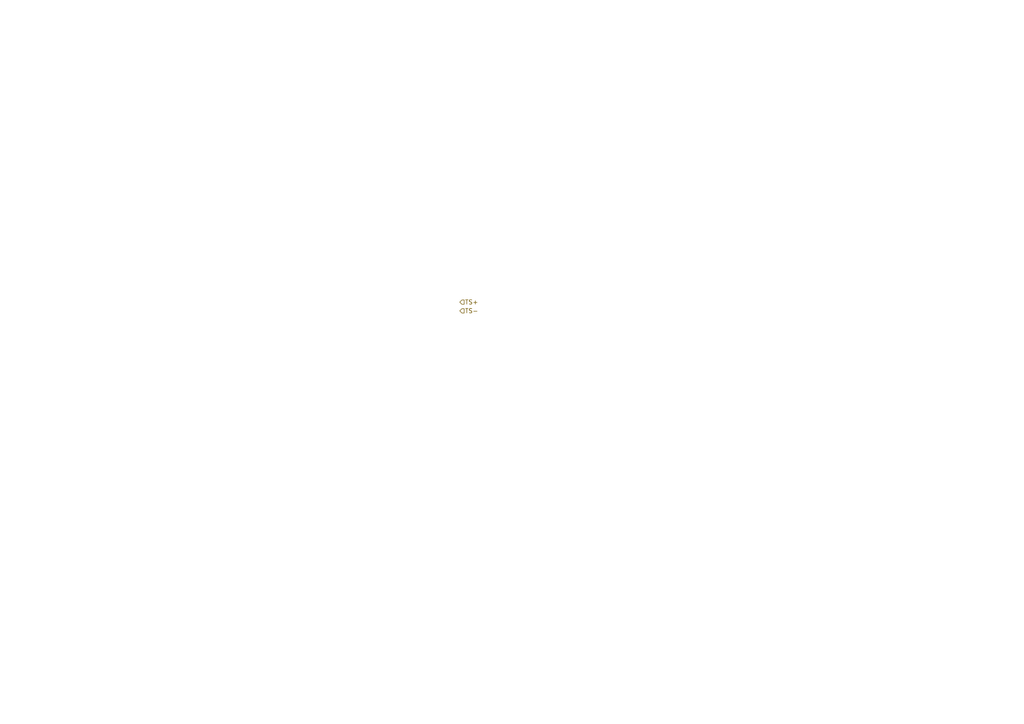
<source format=kicad_sch>
(kicad_sch (version 20230121) (generator eeschema)
  (paper "A4")
  (lib_symbols)
  (hierarchical_label "TS-" (shape input) (at 133.35 90.17 0))
  (hierarchical_label "TS+" (shape input) (at 133.35 87.63 0))
)
</source>
